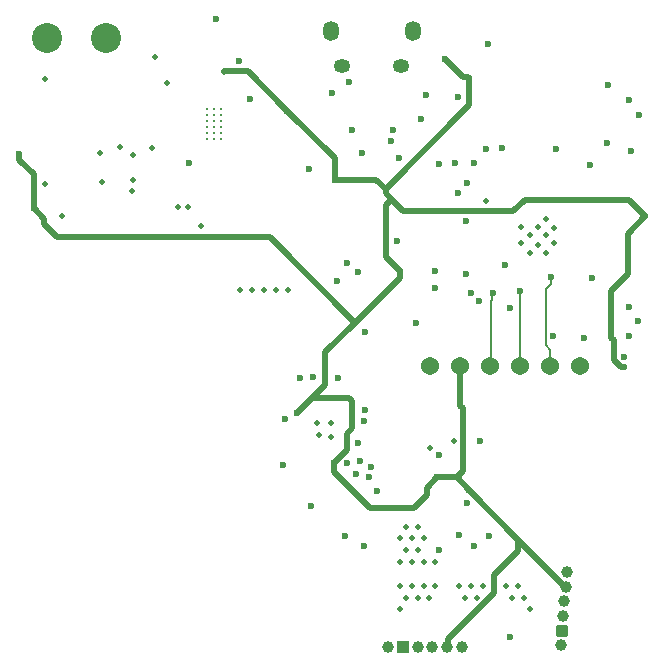
<source format=gbr>
%TF.GenerationSoftware,KiCad,Pcbnew,9.0.6*%
%TF.CreationDate,2025-12-03T15:23:28+01:00*%
%TF.ProjectId,Spinmodule,5370696e-6d6f-4647-956c-652e6b696361,rev?*%
%TF.SameCoordinates,Original*%
%TF.FileFunction,Copper,L3,Inr*%
%TF.FilePolarity,Positive*%
%FSLAX46Y46*%
G04 Gerber Fmt 4.6, Leading zero omitted, Abs format (unit mm)*
G04 Created by KiCad (PCBNEW 9.0.6) date 2025-12-03 15:23:28*
%MOMM*%
%LPD*%
G01*
G04 APERTURE LIST*
G04 Aperture macros list*
%AMRotRect*
0 Rectangle, with rotation*
0 The origin of the aperture is its center*
0 $1 length*
0 $2 width*
0 $3 Rotation angle, in degrees counterclockwise*
0 Add horizontal line*
21,1,$1,$2,0,0,$3*%
G04 Aperture macros list end*
%TA.AperFunction,ComponentPad*%
%ADD10C,2.540000*%
%TD*%
%TA.AperFunction,ComponentPad*%
%ADD11C,0.250000*%
%TD*%
%TA.AperFunction,ComponentPad*%
%ADD12C,1.540000*%
%TD*%
%TA.AperFunction,ComponentPad*%
%ADD13O,1.325000X1.700000*%
%TD*%
%TA.AperFunction,ComponentPad*%
%ADD14O,1.400000X1.150000*%
%TD*%
%TA.AperFunction,ComponentPad*%
%ADD15C,1.000000*%
%TD*%
%TA.AperFunction,ComponentPad*%
%ADD16R,1.000000X1.000000*%
%TD*%
%TA.AperFunction,ComponentPad*%
%ADD17RotRect,1.000000X1.000000X85.000000*%
%TD*%
%TA.AperFunction,ViaPad*%
%ADD18C,0.600000*%
%TD*%
%TA.AperFunction,ViaPad*%
%ADD19C,0.500000*%
%TD*%
%TA.AperFunction,Conductor*%
%ADD20C,0.500000*%
%TD*%
%TA.AperFunction,Conductor*%
%ADD21C,0.200000*%
%TD*%
G04 APERTURE END LIST*
D10*
%TO.N,GND*%
%TO.C,BT1*%
X121892160Y-79689360D03*
%TO.N,BAT+*%
X126892160Y-79689360D03*
%TD*%
D11*
%TO.N,GND*%
%TO.C,U10*%
X135492950Y-85728600D03*
X136692950Y-85728600D03*
X136092950Y-85728600D03*
X135492950Y-86238600D03*
X136692950Y-86238600D03*
X136092950Y-86238600D03*
X135492950Y-86748600D03*
X135492950Y-87258600D03*
X135492950Y-87768600D03*
X136692950Y-86748600D03*
X136692950Y-87258600D03*
X136692950Y-87768600D03*
X136692950Y-88278600D03*
X136092950Y-88278600D03*
X136092950Y-86748600D03*
X136092950Y-87258600D03*
X135492950Y-88278600D03*
X136092950Y-87768600D03*
%TD*%
D12*
%TO.N,/logic/ESP32_EN*%
%TO.C,P3*%
X167092950Y-107503600D03*
%TO.N,VCC*%
X156932950Y-107503600D03*
%TO.N,/logic/ESP32_IO0*%
X164552950Y-107503600D03*
%TO.N,/logic/ESP32_U0RXD*%
X162012950Y-107503600D03*
%TO.N,Net-(P3-Pad4)*%
X159472950Y-107503600D03*
%TO.N,GND*%
X154392950Y-107503600D03*
%TD*%
D13*
%TO.N,GND*%
%TO.C,USB1*%
X152944950Y-79153600D03*
D14*
X151944950Y-82053600D03*
X146944950Y-82053600D03*
D13*
X145944940Y-79153600D03*
%TD*%
D15*
%TO.N,/power/ENCB-M1*%
%TO.C,P2*%
X150809280Y-131289340D03*
D16*
%TO.N,PGND*%
X152059260Y-131289340D03*
D15*
%TO.N,ENCB-OUTB*%
X153309250Y-131289340D03*
%TO.N,ENCB-OUTA*%
X154559280Y-131289340D03*
%TO.N,VCC*%
X155809270Y-131289340D03*
%TO.N,/power/ENCB-M2*%
X157059250Y-131289340D03*
%TD*%
%TO.N,/power/ENCA-M1*%
%TO.C,P1*%
X165410160Y-131141660D03*
D17*
%TO.N,PGND*%
X165519130Y-129896460D03*
D15*
%TO.N,ENCA-OUTB*%
X165628090Y-128651200D03*
%TO.N,ENCA-OUTA*%
X165737008Y-127405940D03*
%TO.N,VCC*%
X165845970Y-126160730D03*
%TO.N,/power/ENCA-M2*%
X165954890Y-124915470D03*
%TD*%
D18*
%TO.N,NRF_CE*%
X148892950Y-104603600D03*
X157819410Y-101277040D03*
%TO.N,/logic/SCL_1*%
X156692930Y-84703610D03*
%TO.N,/logic/SDA_1*%
X153988950Y-84503610D03*
%TO.N,Net-(P3-Pad4)*%
X169349140Y-88603580D03*
X159676970Y-101295600D03*
X169392930Y-83703610D03*
D19*
%TO.N,MB_CW*%
X154396920Y-114403570D03*
D18*
X156817950Y-121819660D03*
D19*
%TO.N,MA_CW*%
X156392960Y-113803580D03*
D18*
X159392950Y-121903590D03*
%TO.N,/logic/ESP32_U0RXD*%
X162000660Y-101095860D03*
%TO.N,/logic/ESP32_IO0*%
X164592940Y-99961590D03*
%TO.N,/logic/ESP32_EN*%
X171359260Y-89299370D03*
D19*
%TO.N,+12*%
X140309270Y-101089350D03*
X151809270Y-122089360D03*
X141309270Y-101089350D03*
X153309300Y-123089360D03*
X154809270Y-124089360D03*
X142309270Y-101089350D03*
X152309300Y-123089360D03*
X151809270Y-124089360D03*
X152809270Y-122089360D03*
X138309280Y-101089350D03*
X139309270Y-101089350D03*
X153309300Y-121089360D03*
X152309300Y-121089360D03*
X153809270Y-122089360D03*
X152809270Y-124089360D03*
X153809270Y-124089360D03*
D18*
%TO.N,VCC*%
X143092960Y-111432590D03*
X170792930Y-107603590D03*
X145492950Y-108403590D03*
X151805410Y-99416050D03*
X147992950Y-103803600D03*
X119592950Y-89503600D03*
X155592960Y-81503620D03*
X159592950Y-94403600D03*
D19*
X136892950Y-82603600D03*
D18*
X172587190Y-94789190D03*
X157692930Y-83103610D03*
X120792950Y-94103600D03*
X157692930Y-118003620D03*
X142292950Y-85903600D03*
X135792950Y-96603600D03*
X154980510Y-116916040D03*
X146203390Y-115689170D03*
X146292950Y-91703590D03*
X151092950Y-93382080D03*
X169692960Y-102503570D03*
%TO.N,SMPS_EN*%
X153192960Y-103818380D03*
X148269480Y-99527060D03*
X155092940Y-123103580D03*
X157446950Y-99703600D03*
X158092950Y-122703600D03*
X154792950Y-100903600D03*
X157446950Y-95207600D03*
X133986070Y-90286990D03*
X144092950Y-90803600D03*
D19*
%TO.N,/logic/SDA*%
X159063930Y-93549590D03*
X129192950Y-91703600D03*
X129181500Y-89653600D03*
D18*
%TO.N,/logic/SCL*%
X159092930Y-89103600D03*
%TO.N,/logic/RED*%
X149392970Y-116003620D03*
%TO.N,PGND*%
X153592960Y-86603580D03*
X160692920Y-98907600D03*
X146092950Y-84403580D03*
X160492920Y-89003570D03*
%TO.N,/logic/MISO*%
X148226380Y-114037030D03*
X148815990Y-111184480D03*
%TO.N,/logic/IR_TX*%
X156492930Y-90303600D03*
%TO.N,/logic/IR_RX*%
X148573920Y-89449600D03*
%TO.N,/logic/GREEN*%
X149180480Y-116891150D03*
%TO.N,GND*%
X158592950Y-113803580D03*
D19*
X131065960Y-81330590D03*
D18*
X147359470Y-115670120D03*
D19*
X126592950Y-91903600D03*
X158309290Y-127089350D03*
D18*
X172092950Y-86203580D03*
D19*
X162809300Y-128089350D03*
X164192940Y-97903580D03*
D18*
X157471950Y-119103590D03*
X147480530Y-83416070D03*
X151092940Y-88403580D03*
D19*
X145992930Y-113503600D03*
D18*
X142092960Y-112006580D03*
D19*
X156809260Y-126089350D03*
X162092970Y-95703590D03*
X121792950Y-92103600D03*
X144792930Y-112330580D03*
X154309290Y-127089350D03*
X164892970Y-97103580D03*
D18*
X146592930Y-108503610D03*
D19*
X162792950Y-97903580D03*
X126439260Y-89409370D03*
X144938530Y-113358000D03*
D18*
X158092930Y-90303600D03*
D19*
X145992930Y-112303600D03*
X162792950Y-96403610D03*
D18*
X147141260Y-121855270D03*
D19*
X163492970Y-95703590D03*
X153309300Y-127089350D03*
X152809270Y-126089350D03*
X132992950Y-94003600D03*
D18*
X138192950Y-81703600D03*
D19*
X154809270Y-126089350D03*
D18*
X144492960Y-108403590D03*
D19*
X157309290Y-127089350D03*
X164892970Y-95803610D03*
D18*
X170792930Y-106703620D03*
D19*
X161309280Y-127089350D03*
X162092970Y-97103580D03*
X158809310Y-126089350D03*
X153809270Y-126089350D03*
X132092950Y-83503600D03*
D18*
X147292950Y-98803600D03*
D19*
X160809310Y-126089350D03*
D18*
X143392930Y-108503610D03*
D19*
X164192940Y-95003610D03*
X161809300Y-126089350D03*
D18*
X151592950Y-96903600D03*
D19*
X152309300Y-127089350D03*
D18*
X171230930Y-104903620D03*
X144292950Y-119303600D03*
X155092940Y-115057570D03*
X171192930Y-85003580D03*
D19*
X151809270Y-126089350D03*
X121792950Y-83203600D03*
D18*
X171230930Y-102503620D03*
X161092920Y-130403590D03*
D19*
X134992950Y-95603600D03*
X157809310Y-126089350D03*
X123192950Y-94803600D03*
X164192940Y-96403610D03*
D18*
X139092950Y-84853600D03*
X146466170Y-100251930D03*
X148064450Y-116596460D03*
X159249260Y-80259370D03*
X164992930Y-89103580D03*
X136280530Y-78116070D03*
X141892960Y-115903600D03*
X148781240Y-122691900D03*
D19*
X151809270Y-128089350D03*
X163492970Y-97203610D03*
X130792950Y-89003600D03*
D18*
X171992930Y-103703620D03*
D19*
X162309280Y-127089350D03*
X133892950Y-94003600D03*
%TO.N,/logic/FREQ*%
X129092950Y-92703600D03*
D18*
X168092960Y-100057600D03*
D19*
X128092950Y-88903600D03*
D18*
%TO.N,ENCB-OUTB*%
X158492930Y-101949600D03*
%TO.N,ENCB-OUTA*%
X161092920Y-102603600D03*
%TO.N,ENCA-OUTB*%
X164792940Y-104903620D03*
%TO.N,ENCA-OUTA*%
X167392940Y-105103620D03*
%TO.N,D_N*%
X157492950Y-92003600D03*
%TO.N,D_P*%
X156692950Y-92803600D03*
%TO.N,/logic/CSN*%
X148791800Y-112102490D03*
X148392950Y-115503600D03*
%TO.N,CRG_STDBY*%
X151692950Y-89903600D03*
X154792960Y-99403600D03*
X155092940Y-90357600D03*
%TO.N,/logic/BLUE*%
X149892950Y-118103590D03*
%TO.N,+5*%
X147792920Y-87503600D03*
X151192970Y-87503600D03*
%TO.N,/logic/EN_LIGHT*%
X167892960Y-90503600D03*
%TD*%
D20*
%TO.N,VCC*%
X169922930Y-106970640D02*
X170536740Y-107584460D01*
X170536740Y-107584460D02*
X170773800Y-107584460D01*
X169922930Y-105303040D02*
X169922930Y-106970640D01*
X169692960Y-105073070D02*
X169922930Y-105303040D01*
X169692960Y-104925670D02*
X169692960Y-105073070D01*
X170773800Y-107584460D02*
X170792930Y-107603590D01*
X169692960Y-104925670D02*
X169692960Y-102503570D01*
D21*
%TO.N,Net-(P3-Pad4)*%
X159472960Y-107503610D02*
X159482970Y-107493610D01*
X159482970Y-101995600D02*
X159600430Y-101878140D01*
X159600430Y-101372140D02*
X159676970Y-101295600D01*
X159482970Y-107493610D02*
X159482970Y-101995600D01*
X159600430Y-101878140D02*
X159600430Y-101372140D01*
%TO.N,/logic/ESP32_U0RXD*%
X162002950Y-107493610D02*
X162002950Y-101098160D01*
X162002950Y-107493610D02*
X162012960Y-107503610D01*
X162000660Y-101095860D02*
X162002950Y-101098160D01*
%TO.N,/logic/ESP32_IO0*%
X164570890Y-99983640D02*
X164592940Y-99961590D01*
X164570890Y-100561590D02*
X164570890Y-99983640D01*
X164138940Y-100993540D02*
X164570890Y-100561590D01*
X164138940Y-105679840D02*
X164138940Y-100993540D01*
X164138940Y-105679840D02*
X164552960Y-106093860D01*
X164552960Y-107503610D02*
X164552960Y-106093860D01*
D20*
%TO.N,VCC*%
X169692960Y-101103590D02*
X171092950Y-99703600D01*
X171092950Y-99703600D02*
X171092950Y-96283430D01*
X136950940Y-82545610D02*
X138934960Y-82545610D01*
X144337570Y-110187980D02*
X145473820Y-109051720D01*
X157692930Y-118003620D02*
X157712060Y-118022750D01*
X149792970Y-91703590D02*
X150592970Y-92503590D01*
X149292950Y-119503600D02*
X152992950Y-119503600D01*
X146292950Y-91703590D02*
X149792970Y-91703590D01*
X165780280Y-126160730D02*
X165845970Y-126160730D01*
X152114470Y-94403600D02*
X159592950Y-94403600D01*
X150592970Y-92855040D02*
X150592970Y-92503590D01*
X143092960Y-111432590D02*
X144337570Y-110187980D01*
X146203390Y-115689170D02*
X147292950Y-114599620D01*
X142292950Y-85903600D02*
X146292950Y-89903600D01*
X147292950Y-114599620D02*
X147292950Y-113203600D01*
X151114470Y-93403600D02*
X152114470Y-94403600D01*
X140792950Y-96603600D02*
X147992950Y-103803600D01*
X150632140Y-98242780D02*
X151805410Y-99416050D01*
X155592960Y-81503620D02*
X157116420Y-83027080D01*
X147500050Y-110187980D02*
X147792950Y-110480870D01*
X171092950Y-96283430D02*
X172587190Y-94789190D01*
X161392950Y-94403600D02*
X162392950Y-93403600D01*
X154077160Y-118419380D02*
X154077160Y-117819390D01*
X171201600Y-93403600D02*
X172587190Y-94789190D01*
X151092950Y-93382080D02*
X151092950Y-93355020D01*
D21*
X157616390Y-83027080D02*
X157692930Y-83103610D01*
D20*
X154980510Y-116916040D02*
X156605350Y-116916040D01*
X159792950Y-126672010D02*
X159792950Y-125203600D01*
X155809270Y-131289340D02*
X155904940Y-131193670D01*
X147992950Y-103803600D02*
X151786280Y-100010260D01*
X147792950Y-112703600D02*
X147792950Y-110480870D01*
X157712060Y-118092510D02*
X157712060Y-118022750D01*
X162392950Y-93403600D02*
X171201600Y-93403600D01*
X157146960Y-116374440D02*
X157146960Y-111057470D01*
X135792950Y-96603600D02*
X140792950Y-96603600D01*
X155904940Y-131193670D02*
X155904940Y-130560020D01*
X119592950Y-90003600D02*
X119592950Y-89503600D01*
X155904940Y-130560020D02*
X159792950Y-126672010D01*
X146222520Y-116433180D02*
X149292950Y-119503600D01*
X150592970Y-92503590D02*
X157692930Y-85403630D01*
X146222520Y-116433180D02*
X146222520Y-115708300D01*
X146292950Y-91703590D02*
X146292950Y-89903600D01*
X157712060Y-118092510D02*
X161808050Y-122188500D01*
X150632140Y-98242780D02*
X150632140Y-93869950D01*
X120792950Y-94113600D02*
X120792950Y-94103600D01*
X161808050Y-122188500D02*
X165780280Y-126160730D01*
X151786280Y-99435180D02*
X151805410Y-99416050D01*
X120792950Y-94113600D02*
X121707190Y-95027840D01*
X136892950Y-82603600D02*
X136950940Y-82545610D01*
X122807180Y-96603600D02*
X135792950Y-96603600D01*
X150592970Y-92855040D02*
X151092950Y-93355020D01*
X146203390Y-115689170D02*
X146222520Y-115708300D01*
X159592950Y-94403600D02*
X161392950Y-94403600D01*
X144337570Y-110187980D02*
X147500050Y-110187980D01*
X119592950Y-90003600D02*
X120792950Y-91203600D01*
X154077160Y-117819390D02*
X154980510Y-116916040D01*
X120792950Y-94103600D02*
X120792950Y-91203600D01*
X159792950Y-125203600D02*
X161808050Y-123188490D01*
X121707190Y-95503600D02*
X122807180Y-96603600D01*
X156932960Y-110843470D02*
X157146960Y-111057470D01*
X157116420Y-83027080D02*
X157616390Y-83027080D01*
X161808050Y-123188490D02*
X161808050Y-122188500D01*
X156605350Y-116916040D02*
X157146960Y-116374440D01*
X152992950Y-119503600D02*
X154077160Y-118419380D01*
X145473820Y-108422720D02*
X145492950Y-108403590D01*
X151092950Y-93403600D02*
X151114470Y-93403600D01*
X151092950Y-93403600D02*
X151092950Y-93382080D01*
X147292950Y-113203600D02*
X147792950Y-112703600D01*
X145492950Y-108403590D02*
X145492950Y-106303590D01*
X151786280Y-100010260D02*
X151786280Y-99435180D01*
X156932960Y-110843470D02*
X156932960Y-107503610D01*
X150632140Y-93869950D02*
X151092950Y-93409140D01*
X156605350Y-116916040D02*
X157692930Y-118003620D01*
X121707190Y-95503600D02*
X121707190Y-95027840D01*
X157692930Y-85403630D02*
X157692930Y-83103610D01*
X145492950Y-106303590D02*
X147992950Y-103803600D01*
X169692960Y-102503570D02*
X169692960Y-101103590D01*
X138934960Y-82545610D02*
X142292950Y-85903600D01*
X145473820Y-109051720D02*
X145473820Y-108422720D01*
X151092950Y-93409140D02*
X151092950Y-93403600D01*
%TD*%
M02*

</source>
